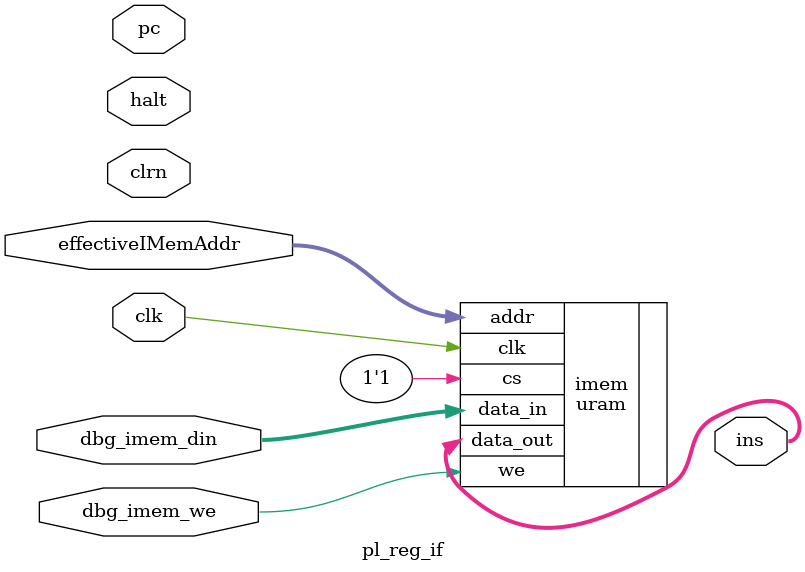
<source format=v>
/************************************************
  The Verilog HDL code example is from the book
  Computer Principles and Design in Verilog HDL
  by Yamin Li, published by A JOHN WILEY & SONS
************************************************/
module pl_reg_if (pc,ins,clk, clrn, halt,dbg_imem_we, effectiveIMemAddr, dbg_imem_din);    // IF stage
    input  [31:0] pc;                                // program counter
    output [31:0] ins;                               // inst from inst mem
    input clk;
    input clrn;
    input  halt;
    input  dbg_imem_we;
    input  [31:0] effectiveIMemAddr;
    input  [31:0] dbg_imem_din;
       //Be sure to use forward slashes '/', even on Windows
//parameter IMEM_FILE = "/home/fpgauser/mips-cpu/Software/Assembly/HazardTest/imem.mem";
//parameter IMEM_FILE = "d:/RISCV-cpu/Software/Assembly/RISCVpipeSwitchLED7Seg/imem.mem";
//parameter IMEM_FILE = "d:/RISCV-cpu-old1/Software/Assembly/RISCVLEDCount/imem.mem";
parameter IMEM_FILE = "d:/RISCV-cpu-old1/Software/Assembly/RISCVpipeLEDSwitches/imem.mem";

   
    uram #(.A_WIDTH(9), .INIT_FILE(IMEM_FILE), .READ_DELAY(0)) imem
        (.clk(clk), .we(dbg_imem_we), .cs(1'b1), .addr(effectiveIMemAddr), .data_in(dbg_imem_din), .data_out(ins));
   
endmodule

</source>
